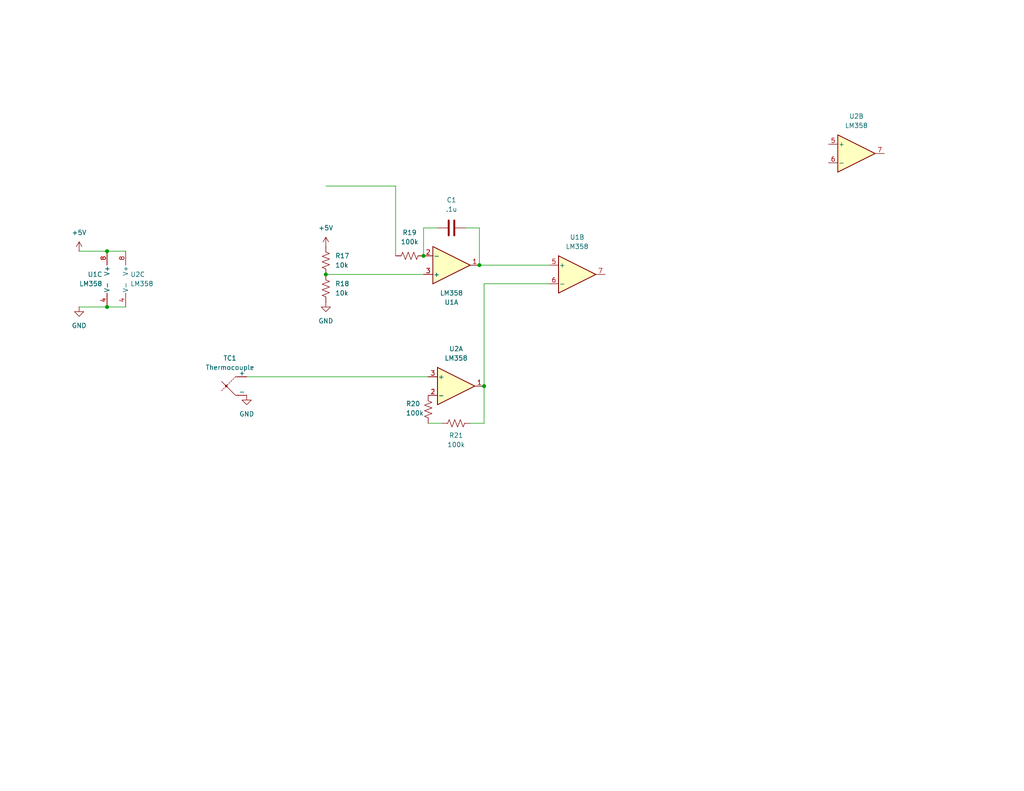
<source format=kicad_sch>
(kicad_sch (version 20250114) (generator "eeschema") (generator_version "9.0")
  (paper "USLetter")
  (lib_symbols
    (symbol "Amplifier_Operational:LM358" (pin_names (offset 0.127))
      (property "Reference" "U" (at 0 5.08 0))
      (property "Value" "LM358" (at 0 -5.08 0))
      (symbol "LM358_1_1"
        (polyline (pts (xy -5.08 5.08) (xy 5.08 0) (xy -5.08 -5.08) (xy -5.08 5.08)) (stroke (width 0.254)) (fill (type background)))
        (pin input line (at -7.62 2.54 0) (length 2.54) (name "+") (number "3"))
        (pin input line (at -7.62 -2.54 0) (length 2.54) (name "-") (number "2"))
        (pin output line (at 7.62 0 180) (length 2.54) (name "~") (number "1"))
      )
      (symbol "LM358_2_1"
        (polyline (pts (xy -5.08 5.08) (xy 5.08 0) (xy -5.08 -5.08) (xy -5.08 5.08)) (stroke (width 0.254)) (fill (type background)))
        (pin input line (at -7.62 2.54 0) (length 2.54) (name "+") (number "5"))
        (pin input line (at -7.62 -2.54 0) (length 2.54) (name "-") (number "6"))
        (pin output line (at 7.62 0 180) (length 2.54) (name "~") (number "7"))
      )
      (symbol "LM358_3_1"
        (pin power_in line (at -2.54 7.62 270) (length 3.81) (name "V+") (number "8"))
        (pin power_in line (at -2.54 -7.62 90) (length 3.81) (name "V-") (number "4"))
      )
    )
    (symbol "Device:C" (pin_numbers (hide yes)) (pin_names (offset 0.254))
      (property "Reference" "C" (at 0.635 2.54 0))
      (property "Value" "C" (at 0.635 -2.54 0))
      (symbol "C_0_1"
        (polyline (pts (xy -2.032 0.762) (xy 2.032 0.762)) (stroke (width 0.508)))
        (polyline (pts (xy -2.032 -0.762) (xy 2.032 -0.762)) (stroke (width 0.508)))
      )
      (symbol "C_1_1"
        (pin passive line (at 0 3.81 270) (length 2.794) (name "~") (number "1"))
        (pin passive line (at 0 -3.81 90) (length 2.794) (name "~") (number "2"))
      )
    )
    (symbol "Device:R_US" (pin_numbers (hide yes)) (pin_names (offset 0))
      (property "Reference" "R" (at 2.54 0 90))
      (property "Value" "R_US" (at -2.54 0 90))
      (symbol "R_US_0_1"
        (polyline (pts (xy 0 2.286) (xy 0 2.54)))
        (polyline (pts (xy 0 2.286) (xy 1.016 1.905) (xy 0 1.524) (xy -1.016 1.143) (xy 0 0.762)))
        (polyline (pts (xy 0 0.762) (xy 1.016 0.381) (xy 0 0) (xy -1.016 -0.381) (xy 0 -0.762)))
        (polyline (pts (xy 0 -0.762) (xy 1.016 -1.143) (xy 0 -1.524) (xy -1.016 -1.905) (xy 0 -2.286)))
        (polyline (pts (xy 0 -2.286) (xy 0 -2.54)))
      )
      (symbol "R_US_1_1"
        (pin passive line (at 0 3.81 270) (length 1.27) (name "~") (number "1"))
        (pin passive line (at 0 -3.81 90) (length 1.27) (name "~") (number "2"))
      )
    )
    (symbol "Device:Thermocouple" (pin_numbers (hide yes)) (pin_names (offset 0))
      (property "Reference" "TC" (at -3.048 3.81 0))
      (property "Value" "Thermocouple" (at -5.08 -4.064 0))
      (symbol "Thermocouple_0_1"
        (polyline (pts (xy -4.064 -1.016) (xy -4.318 -1.27)))
        (polyline (pts (xy -3.556 -0.508) (xy -3.81 -0.762)))
        (circle (center -3.048 0) (radius 0.254) (fill (type outline)))
        (polyline (pts (xy -3.048 0) (xy -3.302 -0.254)))
        (polyline (pts (xy -2.54 0.508) (xy -2.794 0.254)))
        (polyline (pts (xy -2.032 1.016) (xy -2.286 0.762)))
        (polyline (pts (xy -1.524 1.524) (xy -1.778 1.27)))
        (polyline (pts (xy -1.016 2.032) (xy -1.27 1.778)))
        (polyline (pts (xy -0.508 2.54) (xy -0.762 2.286)))
        (polyline (pts (xy 0 2.54) (xy -0.508 2.54)))
        (polyline (pts (xy 0 -2.54) (xy -0.254 -2.54)))
        (polyline (pts (xy 0.254 -2.54) (xy -0.508 -2.54) (xy -4.318 1.27)))
      )
      (symbol "Thermocouple_1_1"
        (pin passive line (at 2.54 2.54 180) (length 2.54) (name "+") (number "1"))
        (pin passive line (at 2.54 -2.54 180) (length 2.54) (name "-") (number "2"))
      )
    )
    (symbol "power:+5V" (power) (pin_numbers (hide yes)) (pin_names (offset 0) (hide yes))
      (property "Value" "+5V" (at 0 3.556 0))
      (symbol "+5V_0_1"
        (polyline (pts (xy -0.762 1.27) (xy 0 2.54)))
        (polyline (pts (xy 0 2.54) (xy 0.762 1.27)))
        (polyline (pts (xy 0 0) (xy 0 2.54)))
      )
      (symbol "+5V_1_1"
        (pin power_in line (at 0 0 90) (length 0) (name "~") (number "1"))
      )
    )
    (symbol "power:GND" (power) (pin_numbers (hide yes)) (pin_names (offset 0) (hide yes))
      (property "Value" "GND" (at 0 -3.81 0))
      (symbol "GND_0_1"
        (polyline (pts (xy 0 0) (xy 0 -1.27) (xy 1.27 -1.27) (xy 0 -2.54) (xy -1.27 -1.27) (xy 0 -1.27)))
      )
      (symbol "GND_1_1"
        (pin power_in line (at 0 0 270) (length 0) (name "~") (number "1"))
      )
    )
  )
  (junction (at 88.9 74.93))
  (junction (at 130.81 72.39))
  (junction (at 29.21 68.58))
  (junction (at 115.57 69.85))
  (junction (at 132.08 105.41))
  (junction (at 29.21 83.82))
  (wire (pts (xy 67.31 102.87) (xy 116.84 102.87)))
  (wire (pts (xy 115.57 62.23) (xy 119.38 62.23)))
  (wire (pts (xy 88.9 74.93) (xy 115.57 74.93)))
  (wire (pts (xy 127 62.23) (xy 130.81 62.23)))
  (wire (pts (xy 29.21 83.82) (xy 34.29 83.82)))
  (wire (pts (xy 130.81 62.23) (xy 130.81 72.39)))
  (wire (pts (xy 21.59 68.58) (xy 29.21 68.58)))
  (wire (pts (xy 132.08 105.41) (xy 132.08 115.57)))
  (wire (pts (xy 130.81 72.39) (xy 149.86 72.39)))
  (wire (pts (xy 29.21 68.58) (xy 34.29 68.58)))
  (wire (pts (xy 88.9 50.8) (xy 107.95 50.8)))
  (wire (pts (xy 132.08 77.47) (xy 149.86 77.47)))
  (wire (pts (xy 116.84 115.57) (xy 120.65 115.57)))
  (wire (pts (xy 128.27 115.57) (xy 132.08 115.57)))
  (wire (pts (xy 107.95 69.85) (xy 107.95 50.8)))
  (wire (pts (xy 132.08 105.41) (xy 132.08 77.47)))
  (wire (pts (xy 115.57 62.23) (xy 115.57 69.85)))
  (wire (pts (xy 21.59 83.82) (xy 29.21 83.82)))
  (symbol (lib_id "Device:R_US") (at 88.9 78.74 0) (unit 1)
    (property "Reference" "R18" (at 91.44 77.4699 0) (effects (justify left)))
    (property "Value" "10k" (at 91.44 80.0099 0) (effects (justify left)))
    (property "Description" "Resistor, US symbol" (effects (hide yes)))
  )
  (symbol (lib_id "Amplifier_Operational:LM358") (at 36.83 76.2 0) (unit 3)
    (property "Reference" "U2" (at 35.56 74.9299 0) (effects (justify left)))
    (property "Value" "LM358" (at 35.56 77.4699 0) (effects (justify left)))
    (property "Datasheet" "http://www.ti.com/lit/ds/symlink/lm2904-n.pdf" (effects (hide yes)))
    (property "Description" "Low-Power, Dual Operational Amplifiers, DIP-8/SOIC-8/TO-99-8" (effects (hide yes)))
  )
  (symbol (lib_id "power:+5V") (at 21.59 68.58 0) (unit 1)
    (property "Reference" "#PWR016" (effects (hide yes)))
    (property "Value" "+5V" (at 21.59 63.5 0))
    (property "Description" "Power symbol creates a global label with name \"+5V\"" (effects (hide yes)))
  )
  (symbol (lib_id "Device:C") (at 123.19 62.23 90) (unit 1)
    (property "Reference" "C1" (at 123.19 54.61 90))
    (property "Value" ".1u" (at 123.19 57.15 90))
    (property "Description" "Unpolarized capacitor" (effects (hide yes)))
  )
  (symbol (lib_id "power:GND") (at 88.9 82.55 0) (unit 1)
    (property "Reference" "#PWR015" (effects (hide yes)))
    (property "Value" "GND" (at 88.9 87.63 0))
    (property "Description" "Power symbol creates a global label with name \"GND\" , ground" (effects (hide yes)))
  )
  (symbol (lib_id "power:+5V") (at 88.9 67.31 0) (unit 1)
    (property "Reference" "#PWR014" (effects (hide yes)))
    (property "Value" "+5V" (at 88.9 62.23 0))
    (property "Description" "Power symbol creates a global label with name \"+5V\"" (effects (hide yes)))
  )
  (symbol (lib_id "Amplifier_Operational:LM358") (at 157.48 74.93 0) (unit 2)
    (property "Reference" "U1" (at 157.48 64.77 0))
    (property "Value" "LM358" (at 157.48 67.31 0))
    (property "Datasheet" "http://www.ti.com/lit/ds/symlink/lm2904-n.pdf" (effects (hide yes)))
    (property "Description" "Low-Power, Dual Operational Amplifiers, DIP-8/SOIC-8/TO-99-8" (effects (hide yes)))
  )
  (symbol (lib_id "Device:R_US") (at 88.9 71.12 0) (unit 1)
    (property "Reference" "R17" (at 91.44 69.8499 0) (effects (justify left)))
    (property "Value" "10k" (at 91.44 72.3899 0) (effects (justify left)))
    (property "Description" "Resistor, US symbol" (effects (hide yes)))
  )
  (symbol (lib_id "power:GND") (at 67.31 107.95 0) (unit 1)
    (property "Reference" "#PWR018" (effects (hide yes)))
    (property "Value" "GND" (at 67.31 113.03 0))
    (property "Description" "Power symbol creates a global label with name \"GND\" , ground" (effects (hide yes)))
  )
  (symbol (lib_id "Device:R_US") (at 116.84 111.76 0) (unit 1)
    (property "Reference" "R20" (at 110.744 110.236 0) (effects (justify left)))
    (property "Value" "100k" (at 110.744 112.776 0) (effects (justify left)))
    (property "Description" "Resistor, US symbol" (effects (hide yes)))
  )
  (symbol (lib_id "Device:R_US") (at 124.46 115.57 90) (unit 1)
    (property "Reference" "R21" (at 124.46 118.872 90))
    (property "Value" "100k" (at 124.46 121.412 90))
    (property "Description" "Resistor, US symbol" (effects (hide yes)))
  )
  (symbol (lib_id "Amplifier_Operational:LM358") (at 26.67 76.2 0) (mirror y) (unit 3)
    (property "Reference" "U1" (at 27.94 74.9299 0) (effects (justify left)))
    (property "Value" "LM358" (at 27.94 77.4699 0) (effects (justify left)))
    (property "Datasheet" "http://www.ti.com/lit/ds/symlink/lm2904-n.pdf" (effects (hide yes)))
    (property "Description" "Low-Power, Dual Operational Amplifiers, DIP-8/SOIC-8/TO-99-8" (effects (hide yes)))
  )
  (symbol (lib_id "Amplifier_Operational:LM358") (at 233.68 41.91 0) (unit 2)
    (property "Reference" "U2" (at 233.68 31.75 0))
    (property "Value" "LM358" (at 233.68 34.29 0))
    (property "Datasheet" "http://www.ti.com/lit/ds/symlink/lm2904-n.pdf" (effects (hide yes)))
    (property "Description" "Low-Power, Dual Operational Amplifiers, DIP-8/SOIC-8/TO-99-8" (effects (hide yes)))
  )
  (symbol (lib_id "Amplifier_Operational:LM358") (at 123.19 72.39 0) (mirror x) (unit 1)
    (property "Reference" "U1" (at 123.19 82.55 0))
    (property "Value" "LM358" (at 123.19 80.01 0))
    (property "Datasheet" "http://www.ti.com/lit/ds/symlink/lm2904-n.pdf" (effects (hide yes)))
    (property "Description" "Low-Power, Dual Operational Amplifiers, DIP-8/SOIC-8/TO-99-8" (effects (hide yes)))
  )
  (symbol (lib_id "Device:Thermocouple") (at 64.77 105.41 0) (unit 1)
    (property "Reference" "TC1" (at 62.738 97.79 0))
    (property "Value" "Thermocouple" (at 62.738 100.33 0))
    (property "Description" "Thermocouple" (effects (hide yes)))
  )
  (symbol (lib_id "power:GND") (at 21.59 83.82 0) (unit 1)
    (property "Reference" "#PWR017" (effects (hide yes)))
    (property "Value" "GND" (at 21.59 88.9 0))
    (property "Description" "Power symbol creates a global label with name \"GND\" , ground" (effects (hide yes)))
  )
  (symbol (lib_id "Amplifier_Operational:LM358") (at 124.46 105.41 0) (unit 1)
    (property "Reference" "U2" (at 124.46 95.25 0))
    (property "Value" "LM358" (at 124.46 97.79 0))
    (property "Datasheet" "http://www.ti.com/lit/ds/symlink/lm2904-n.pdf" (effects (hide yes)))
    (property "Description" "Low-Power, Dual Operational Amplifiers, DIP-8/SOIC-8/TO-99-8" (effects (hide yes)))
  )
  (symbol (lib_id "Device:R_US") (at 111.76 69.85 90) (unit 1)
    (property "Reference" "R19" (at 111.76 63.5 90))
    (property "Value" "100k" (at 111.76 66.04 90))
    (property "Description" "Resistor, US symbol" (effects (hide yes)))
  )
)
</source>
